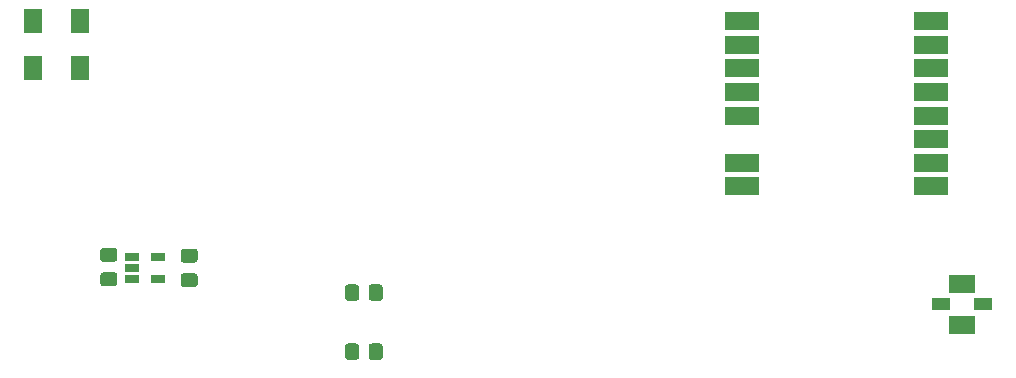
<source format=gbr>
%TF.GenerationSoftware,KiCad,Pcbnew,(5.1.10)-1*%
%TF.CreationDate,2022-01-27T16:25:42+08:00*%
%TF.ProjectId,hat,6861742e-6b69-4636-9164-5f7063625858,rev?*%
%TF.SameCoordinates,Original*%
%TF.FileFunction,Paste,Top*%
%TF.FilePolarity,Positive*%
%FSLAX46Y46*%
G04 Gerber Fmt 4.6, Leading zero omitted, Abs format (unit mm)*
G04 Created by KiCad (PCBNEW (5.1.10)-1) date 2022-01-27 16:25:42*
%MOMM*%
%LPD*%
G01*
G04 APERTURE LIST*
%ADD10R,1.524000X2.000000*%
%ADD11R,3.000000X1.524000*%
%ADD12R,1.260000X0.650000*%
%ADD13R,2.200000X1.550000*%
%ADD14R,1.500000X1.000000*%
G04 APERTURE END LIST*
D10*
%TO.C,SW1*%
X103000000Y-69000000D03*
X99000000Y-69000000D03*
X99000000Y-65000000D03*
X103000000Y-65000000D03*
%TD*%
D11*
%TO.C,U1*%
X175000000Y-79000000D03*
X175000000Y-77000000D03*
X175000000Y-75000000D03*
X175000000Y-73000000D03*
X175000000Y-71000000D03*
X175000000Y-69000000D03*
X175000000Y-67000000D03*
X175000000Y-65000000D03*
X159000000Y-79000000D03*
X159000000Y-77000000D03*
X159000000Y-73000000D03*
X159000000Y-71000000D03*
X159000000Y-69000000D03*
X159000000Y-67000000D03*
X159000000Y-65000000D03*
%TD*%
%TO.C,C4*%
G36*
G01*
X111725000Y-86350000D02*
X112675000Y-86350000D01*
G75*
G02*
X112925000Y-86600000I0J-250000D01*
G01*
X112925000Y-87275000D01*
G75*
G02*
X112675000Y-87525000I-250000J0D01*
G01*
X111725000Y-87525000D01*
G75*
G02*
X111475000Y-87275000I0J250000D01*
G01*
X111475000Y-86600000D01*
G75*
G02*
X111725000Y-86350000I250000J0D01*
G01*
G37*
G36*
G01*
X111725000Y-84275000D02*
X112675000Y-84275000D01*
G75*
G02*
X112925000Y-84525000I0J-250000D01*
G01*
X112925000Y-85200000D01*
G75*
G02*
X112675000Y-85450000I-250000J0D01*
G01*
X111725000Y-85450000D01*
G75*
G02*
X111475000Y-85200000I0J250000D01*
G01*
X111475000Y-84525000D01*
G75*
G02*
X111725000Y-84275000I250000J0D01*
G01*
G37*
%TD*%
%TO.C,C3*%
G36*
G01*
X105875000Y-85387500D02*
X104925000Y-85387500D01*
G75*
G02*
X104675000Y-85137500I0J250000D01*
G01*
X104675000Y-84462500D01*
G75*
G02*
X104925000Y-84212500I250000J0D01*
G01*
X105875000Y-84212500D01*
G75*
G02*
X106125000Y-84462500I0J-250000D01*
G01*
X106125000Y-85137500D01*
G75*
G02*
X105875000Y-85387500I-250000J0D01*
G01*
G37*
G36*
G01*
X105875000Y-87462500D02*
X104925000Y-87462500D01*
G75*
G02*
X104675000Y-87212500I0J250000D01*
G01*
X104675000Y-86537500D01*
G75*
G02*
X104925000Y-86287500I250000J0D01*
G01*
X105875000Y-86287500D01*
G75*
G02*
X106125000Y-86537500I0J-250000D01*
G01*
X106125000Y-87212500D01*
G75*
G02*
X105875000Y-87462500I-250000J0D01*
G01*
G37*
%TD*%
%TO.C,R3*%
G36*
G01*
X127400000Y-88450001D02*
X127400000Y-87549999D01*
G75*
G02*
X127649999Y-87300000I249999J0D01*
G01*
X128350001Y-87300000D01*
G75*
G02*
X128600000Y-87549999I0J-249999D01*
G01*
X128600000Y-88450001D01*
G75*
G02*
X128350001Y-88700000I-249999J0D01*
G01*
X127649999Y-88700000D01*
G75*
G02*
X127400000Y-88450001I0J249999D01*
G01*
G37*
G36*
G01*
X125400000Y-88450001D02*
X125400000Y-87549999D01*
G75*
G02*
X125649999Y-87300000I249999J0D01*
G01*
X126350001Y-87300000D01*
G75*
G02*
X126600000Y-87549999I0J-249999D01*
G01*
X126600000Y-88450001D01*
G75*
G02*
X126350001Y-88700000I-249999J0D01*
G01*
X125649999Y-88700000D01*
G75*
G02*
X125400000Y-88450001I0J249999D01*
G01*
G37*
%TD*%
%TO.C,R4*%
G36*
G01*
X127400000Y-93450001D02*
X127400000Y-92549999D01*
G75*
G02*
X127649999Y-92300000I249999J0D01*
G01*
X128350001Y-92300000D01*
G75*
G02*
X128600000Y-92549999I0J-249999D01*
G01*
X128600000Y-93450001D01*
G75*
G02*
X128350001Y-93700000I-249999J0D01*
G01*
X127649999Y-93700000D01*
G75*
G02*
X127400000Y-93450001I0J249999D01*
G01*
G37*
G36*
G01*
X125400000Y-93450001D02*
X125400000Y-92549999D01*
G75*
G02*
X125649999Y-92300000I249999J0D01*
G01*
X126350001Y-92300000D01*
G75*
G02*
X126600000Y-92549999I0J-249999D01*
G01*
X126600000Y-93450001D01*
G75*
G02*
X126350001Y-93700000I-249999J0D01*
G01*
X125649999Y-93700000D01*
G75*
G02*
X125400000Y-93450001I0J249999D01*
G01*
G37*
%TD*%
D12*
%TO.C,U4*%
X109600000Y-84950000D03*
X109600000Y-86850000D03*
X107400000Y-86850000D03*
X107400000Y-85900000D03*
X107400000Y-84950000D03*
%TD*%
D13*
%TO.C,U2*%
X177600000Y-90725000D03*
D14*
X179450000Y-89000000D03*
D13*
X177600000Y-87275000D03*
D14*
X175850000Y-89000000D03*
%TD*%
M02*

</source>
